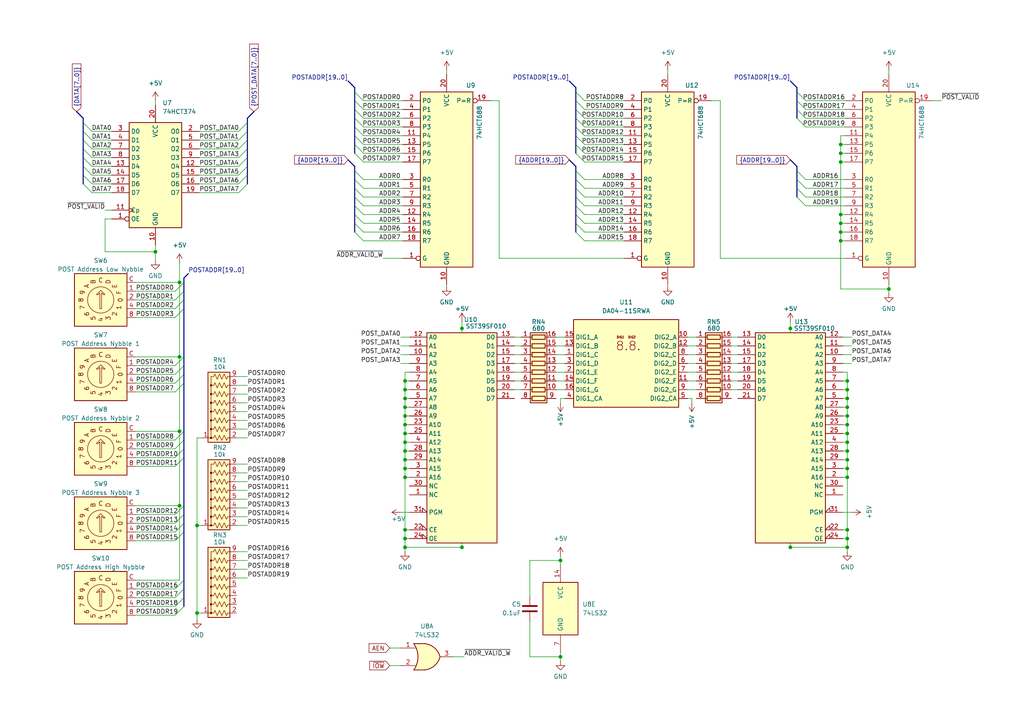
<source format=kicad_sch>
(kicad_sch (version 20211123) (generator eeschema)
  (paper "A4")
  (title_block (title "POST Display") (date "2022-04-19") (rev "001"))
  (junction (at 117.475 123.19))
  (junction (at 52.07 103.505))
  (junction (at 117.475 135.89))
  (junction (at 245.745 110.49))
  (junction (at 245.745 133.35))
  (junction (at 257.81 83.82))
  (junction (at 117.475 118.11))
  (junction (at 245.745 115.57))
  (junction (at 245.745 158.75))
  (junction (at 117.475 133.35))
  (junction (at 229.235 158.75))
  (junction (at 117.475 153.67))
  (junction (at 162.56 162.56))
  (junction (at 133.985 95.25))
  (junction (at 117.475 110.49))
  (junction (at 243.84 41.91))
  (junction (at 52.07 146.685))
  (junction (at 245.745 135.89))
  (junction (at 117.475 138.43))
  (junction (at 229.235 95.25))
  (junction (at 117.475 125.73))
  (junction (at 117.475 113.03))
  (junction (at 162.56 190.5))
  (junction (at 245.745 125.73))
  (junction (at 117.475 156.21))
  (junction (at 117.475 120.65))
  (junction (at 243.84 69.85))
  (junction (at 245.745 120.65))
  (junction (at 243.84 46.99))
  (junction (at 245.745 130.81))
  (junction (at 245.745 113.03))
  (junction (at 243.84 67.31))
  (junction (at 245.745 153.67))
  (junction (at 243.84 64.77))
  (junction (at 245.745 128.27))
  (junction (at 117.475 115.57))
  (junction (at 245.745 118.11))
  (junction (at 245.745 138.43))
  (junction (at 243.84 44.45))
  (junction (at 117.475 130.81))
  (junction (at 117.475 128.27))
  (junction (at 133.985 158.75))
  (junction (at 245.745 123.19))
  (junction (at 52.07 125.095))
  (junction (at 245.745 156.21))
  (junction (at 45.085 73.025))
  (junction (at 57.15 177.8))
  (junction (at 52.07 81.915))
  (junction (at 57.15 152.4))
  (junction (at 243.84 62.23))
  (junction (at 117.475 158.75))
  (bus_entry (at 102.87 36.83) (size 2.54 2.54))
  (bus_entry (at 71.755 43.18) (size -2.54 2.54))
  (bus_entry (at 24.13 35.56) (size 2.54 2.54))
  (bus_entry (at 167.005 29.21) (size 2.54 2.54))
  (bus_entry (at 231.14 26.67) (size 2.54 2.54))
  (bus_entry (at 167.005 57.15) (size 2.54 2.54))
  (bus_entry (at 102.87 59.69) (size 2.54 2.54))
  (bus_entry (at 50.8 84.455) (size 2.54 -2.54))
  (bus_entry (at 50.8 111.125) (size 2.54 -2.54))
  (bus_entry (at 50.8 106.045) (size 2.54 -2.54))
  (bus_entry (at 50.8 108.585) (size 2.54 -2.54))
  (bus_entry (at 50.8 86.995) (size 2.54 -2.54))
  (bus_entry (at 50.8 92.075) (size 2.54 -2.54))
  (bus_entry (at 50.8 89.535) (size 2.54 -2.54))
  (bus_entry (at 71.755 38.1) (size -2.54 2.54))
  (bus_entry (at 24.13 50.8) (size 2.54 2.54))
  (bus_entry (at 71.755 45.72) (size -2.54 2.54))
  (bus_entry (at 167.005 64.77) (size 2.54 2.54))
  (bus_entry (at 102.87 62.23) (size 2.54 2.54))
  (bus_entry (at 102.87 67.31) (size 2.54 2.54))
  (bus_entry (at 24.13 48.26) (size 2.54 2.54))
  (bus_entry (at 167.005 44.45) (size 2.54 2.54))
  (bus_entry (at 231.14 49.53) (size 2.54 2.54))
  (bus_entry (at 167.005 62.23) (size 2.54 2.54))
  (bus_entry (at 167.005 41.91) (size 2.54 2.54))
  (bus_entry (at 167.005 36.83) (size 2.54 2.54))
  (bus_entry (at 167.005 26.67) (size 2.54 2.54))
  (bus_entry (at 102.87 57.15) (size 2.54 2.54))
  (bus_entry (at 24.13 40.64) (size 2.54 2.54))
  (bus_entry (at 167.005 54.61) (size 2.54 2.54))
  (bus_entry (at 102.87 49.53) (size 2.54 2.54))
  (bus_entry (at 102.87 44.45) (size 2.54 2.54))
  (bus_entry (at 231.14 52.07) (size 2.54 2.54))
  (bus_entry (at 24.13 43.18) (size 2.54 2.54))
  (bus_entry (at 71.755 35.56) (size -2.54 2.54))
  (bus_entry (at 24.13 53.34) (size 2.54 2.54))
  (bus_entry (at 231.14 29.21) (size 2.54 2.54))
  (bus_entry (at 231.14 57.15) (size 2.54 2.54))
  (bus_entry (at 231.14 54.61) (size 2.54 2.54))
  (bus_entry (at 71.755 53.34) (size -2.54 2.54))
  (bus_entry (at 167.005 34.29) (size 2.54 2.54))
  (bus_entry (at 102.87 39.37) (size 2.54 2.54))
  (bus_entry (at 102.87 41.91) (size 2.54 2.54))
  (bus_entry (at 102.87 34.29) (size 2.54 2.54))
  (bus_entry (at 102.87 26.67) (size 2.54 2.54))
  (bus_entry (at 102.87 31.75) (size 2.54 2.54))
  (bus_entry (at 102.87 29.21) (size 2.54 2.54))
  (bus_entry (at 71.755 40.64) (size -2.54 2.54))
  (bus_entry (at 167.005 39.37) (size 2.54 2.54))
  (bus_entry (at 71.755 50.8) (size -2.54 2.54))
  (bus_entry (at 50.8 149.225) (size 2.54 -2.54))
  (bus_entry (at 50.8 178.435) (size 2.54 -2.54))
  (bus_entry (at 50.8 156.845) (size 2.54 -2.54))
  (bus_entry (at 50.8 170.815) (size 2.54 -2.54))
  (bus_entry (at 50.8 173.355) (size 2.54 -2.54))
  (bus_entry (at 50.8 151.765) (size 2.54 -2.54))
  (bus_entry (at 50.8 154.305) (size 2.54 -2.54))
  (bus_entry (at 50.8 175.895) (size 2.54 -2.54))
  (bus_entry (at 50.8 130.175) (size 2.54 -2.54))
  (bus_entry (at 50.8 132.715) (size 2.54 -2.54))
  (bus_entry (at 50.8 135.255) (size 2.54 -2.54))
  (bus_entry (at 167.005 52.07) (size 2.54 2.54))
  (bus_entry (at 102.87 52.07) (size 2.54 2.54))
  (bus_entry (at 167.005 59.69) (size 2.54 2.54))
  (bus_entry (at 167.005 31.75) (size 2.54 2.54))
  (bus_entry (at 231.14 34.29) (size 2.54 2.54))
  (bus_entry (at 50.8 127.635) (size 2.54 -2.54))
  (bus_entry (at 50.8 113.665) (size 2.54 -2.54))
  (bus_entry (at 231.14 31.75) (size 2.54 2.54))
  (bus_entry (at 102.87 54.61) (size 2.54 2.54))
  (bus_entry (at 24.13 38.1) (size 2.54 2.54))
  (bus_entry (at 71.755 48.26) (size -2.54 2.54))
  (bus_entry (at 167.005 49.53) (size 2.54 2.54))
  (bus_entry (at 167.005 67.31) (size 2.54 2.54))
  (bus_entry (at 24.13 45.72) (size 2.54 2.54))
  (bus_entry (at 102.87 64.77) (size 2.54 2.54))
  (wire (pts (xy 169.545 31.75) (xy 180.975 31.75)))
  (wire (pts (xy 245.745 115.57) (xy 245.745 118.11)))
  (wire (pts (xy 52.07 76.2) (xy 52.07 81.915)))
  (wire (pts (xy 212.09 97.79) (xy 213.995 97.79)))
  (wire (pts (xy 153.67 162.56) (xy 153.67 172.72)))
  (wire (pts (xy 244.475 113.03) (xy 245.745 113.03)))
  (bus (pts (xy 167.005 29.21) (xy 167.005 26.67)))
  (wire (pts (xy 32.385 53.34) (xy 26.67 53.34)))
  (wire (pts (xy 151.13 97.79) (xy 149.225 97.79)))
  (wire (pts (xy 244.475 128.27) (xy 245.745 128.27)))
  (wire (pts (xy 39.37 151.765) (xy 50.8 151.765)))
  (wire (pts (xy 244.475 125.73) (xy 245.745 125.73)))
  (wire (pts (xy 118.745 123.19) (xy 117.475 123.19)))
  (wire (pts (xy 68.58 152.4) (xy 71.755 152.4)))
  (wire (pts (xy 111.125 74.93) (xy 116.84 74.93)))
  (bus (pts (xy 53.34 108.585) (xy 53.34 106.045)))
  (bus (pts (xy 53.34 111.125) (xy 53.34 108.585)))
  (wire (pts (xy 247.015 100.33) (xy 244.475 100.33)))
  (bus (pts (xy 231.14 34.29) (xy 231.14 31.75)))
  (wire (pts (xy 68.58 109.22) (xy 71.755 109.22)))
  (bus (pts (xy 165.1 23.495) (xy 167.005 25.4)))
  (wire (pts (xy 57.785 55.88) (xy 69.215 55.88)))
  (wire (pts (xy 233.68 54.61) (xy 245.11 54.61)))
  (wire (pts (xy 149.225 107.95) (xy 151.13 107.95)))
  (wire (pts (xy 68.58 137.16) (xy 71.755 137.16)))
  (bus (pts (xy 53.34 168.275) (xy 53.34 154.305)))
  (bus (pts (xy 71.755 38.1) (xy 71.755 35.56)))
  (wire (pts (xy 180.975 69.85) (xy 169.545 69.85)))
  (wire (pts (xy 116.84 46.99) (xy 105.41 46.99)))
  (bus (pts (xy 73.66 32.385) (xy 71.755 34.29)))
  (bus (pts (xy 71.755 48.26) (xy 71.755 45.72)))
  (wire (pts (xy 57.15 152.4) (xy 57.15 177.8)))
  (wire (pts (xy 39.37 125.095) (xy 52.07 125.095)))
  (wire (pts (xy 243.84 44.45) (xy 243.84 46.99)))
  (bus (pts (xy 102.87 59.69) (xy 102.87 57.15)))
  (wire (pts (xy 118.745 156.21) (xy 117.475 156.21)))
  (bus (pts (xy 53.34 151.765) (xy 53.34 149.225)))
  (bus (pts (xy 53.34 89.535) (xy 53.34 86.995)))
  (wire (pts (xy 162.56 191.77) (xy 162.56 190.5)))
  (wire (pts (xy 105.41 57.15) (xy 116.84 57.15)))
  (wire (pts (xy 169.545 64.77) (xy 180.975 64.77)))
  (wire (pts (xy 245.745 135.89) (xy 245.745 138.43)))
  (bus (pts (xy 165.1 46.355) (xy 167.005 48.26)))
  (wire (pts (xy 243.84 64.77) (xy 243.84 62.23)))
  (bus (pts (xy 71.755 45.72) (xy 71.755 43.18)))
  (wire (pts (xy 208.915 29.21) (xy 208.915 74.93)))
  (wire (pts (xy 163.83 97.79) (xy 161.29 97.79)))
  (wire (pts (xy 118.745 115.57) (xy 117.475 115.57)))
  (wire (pts (xy 68.58 114.3) (xy 71.755 114.3)))
  (bus (pts (xy 167.005 31.75) (xy 167.005 29.21)))
  (wire (pts (xy 162.56 162.56) (xy 162.56 161.29)))
  (wire (pts (xy 45.085 73.025) (xy 45.085 71.12)))
  (bus (pts (xy 53.34 86.995) (xy 53.34 84.455)))
  (wire (pts (xy 68.58 119.38) (xy 71.755 119.38)))
  (wire (pts (xy 118.745 153.67) (xy 117.475 153.67)))
  (bus (pts (xy 229.235 46.355) (xy 231.14 48.26)))
  (wire (pts (xy 129.54 83.185) (xy 129.54 82.55)))
  (wire (pts (xy 169.545 39.37) (xy 180.975 39.37)))
  (wire (pts (xy 245.745 125.73) (xy 245.745 128.27)))
  (wire (pts (xy 245.745 156.21) (xy 245.745 158.75)))
  (wire (pts (xy 39.37 92.075) (xy 50.8 92.075)))
  (wire (pts (xy 117.475 110.49) (xy 117.475 113.03)))
  (wire (pts (xy 245.745 110.49) (xy 245.745 113.03)))
  (wire (pts (xy 163.83 107.95) (xy 161.29 107.95)))
  (bus (pts (xy 167.005 57.15) (xy 167.005 54.61)))
  (wire (pts (xy 118.745 133.35) (xy 117.475 133.35)))
  (wire (pts (xy 105.41 59.69) (xy 116.84 59.69)))
  (wire (pts (xy 213.995 105.41) (xy 212.09 105.41)))
  (wire (pts (xy 163.83 115.57) (xy 162.56 115.57)))
  (wire (pts (xy 245.745 130.81) (xy 245.745 133.35)))
  (wire (pts (xy 118.745 130.81) (xy 117.475 130.81)))
  (wire (pts (xy 39.37 168.275) (xy 52.07 168.275)))
  (wire (pts (xy 201.93 110.49) (xy 199.39 110.49)))
  (bus (pts (xy 167.005 34.29) (xy 167.005 31.75)))
  (wire (pts (xy 45.085 30.48) (xy 45.085 29.21)))
  (wire (pts (xy 117.475 120.65) (xy 117.475 123.19)))
  (wire (pts (xy 233.68 34.29) (xy 245.11 34.29)))
  (wire (pts (xy 169.545 34.29) (xy 180.975 34.29)))
  (bus (pts (xy 100.965 23.495) (xy 102.87 25.4)))
  (wire (pts (xy 257.81 21.59) (xy 257.81 20.32)))
  (wire (pts (xy 39.37 103.505) (xy 52.07 103.505)))
  (bus (pts (xy 231.14 57.15) (xy 231.14 54.61)))
  (wire (pts (xy 151.13 105.41) (xy 149.225 105.41)))
  (wire (pts (xy 180.975 44.45) (xy 169.545 44.45)))
  (bus (pts (xy 102.87 64.77) (xy 102.87 62.23)))
  (wire (pts (xy 68.58 160.02) (xy 71.755 160.02)))
  (wire (pts (xy 50.8 111.125) (xy 39.37 111.125)))
  (bus (pts (xy 231.14 54.61) (xy 231.14 52.07)))
  (wire (pts (xy 243.84 83.82) (xy 257.81 83.82)))
  (wire (pts (xy 233.68 31.75) (xy 245.11 31.75)))
  (bus (pts (xy 102.87 26.67) (xy 102.87 25.4)))
  (wire (pts (xy 245.745 133.35) (xy 245.745 135.89)))
  (wire (pts (xy 131.445 190.5) (xy 134.62 190.5)))
  (wire (pts (xy 245.745 158.75) (xy 245.745 160.02)))
  (bus (pts (xy 71.755 53.34) (xy 71.755 50.8)))
  (wire (pts (xy 68.58 167.64) (xy 71.755 167.64)))
  (wire (pts (xy 52.07 146.685) (xy 52.07 168.275)))
  (wire (pts (xy 58.42 177.8) (xy 57.15 177.8)))
  (bus (pts (xy 231.14 26.67) (xy 231.14 25.4)))
  (wire (pts (xy 68.58 127) (xy 71.755 127)))
  (bus (pts (xy 167.005 49.53) (xy 167.005 48.26)))
  (bus (pts (xy 102.87 34.29) (xy 102.87 31.75)))
  (wire (pts (xy 50.8 135.255) (xy 39.37 135.255)))
  (wire (pts (xy 199.39 107.95) (xy 201.93 107.95)))
  (wire (pts (xy 199.39 115.57) (xy 200.66 115.57)))
  (wire (pts (xy 206.375 29.21) (xy 208.915 29.21)))
  (wire (pts (xy 153.67 180.34) (xy 153.67 190.5)))
  (bus (pts (xy 231.14 29.21) (xy 231.14 26.67)))
  (wire (pts (xy 133.985 158.75) (xy 117.475 158.75)))
  (bus (pts (xy 102.87 29.21) (xy 102.87 26.67)))
  (wire (pts (xy 163.83 105.41) (xy 161.29 105.41)))
  (bus (pts (xy 53.34 81.915) (xy 53.34 80.645)))
  (wire (pts (xy 213.995 110.49) (xy 212.09 110.49)))
  (bus (pts (xy 102.87 39.37) (xy 102.87 36.83)))
  (wire (pts (xy 68.58 144.78) (xy 71.755 144.78)))
  (wire (pts (xy 39.37 170.815) (xy 50.8 170.815)))
  (wire (pts (xy 58.42 127) (xy 57.15 127)))
  (wire (pts (xy 169.545 59.69) (xy 180.975 59.69)))
  (bus (pts (xy 167.005 26.67) (xy 167.005 25.4)))
  (wire (pts (xy 247.015 105.41) (xy 244.475 105.41)))
  (wire (pts (xy 245.745 120.65) (xy 245.745 123.19)))
  (wire (pts (xy 244.475 123.19) (xy 245.745 123.19)))
  (wire (pts (xy 212.09 107.95) (xy 213.995 107.95)))
  (wire (pts (xy 169.545 41.91) (xy 180.975 41.91)))
  (wire (pts (xy 117.475 118.11) (xy 117.475 120.65)))
  (wire (pts (xy 199.39 102.87) (xy 201.93 102.87)))
  (wire (pts (xy 233.68 57.15) (xy 245.11 57.15)))
  (wire (pts (xy 199.39 113.03) (xy 201.93 113.03)))
  (wire (pts (xy 57.15 127) (xy 57.15 152.4)))
  (bus (pts (xy 53.34 103.505) (xy 53.34 89.535)))
  (bus (pts (xy 102.87 62.23) (xy 102.87 59.69)))
  (wire (pts (xy 245.11 39.37) (xy 243.84 39.37)))
  (wire (pts (xy 50.8 178.435) (xy 39.37 178.435)))
  (wire (pts (xy 244.475 130.81) (xy 245.745 130.81)))
  (wire (pts (xy 118.745 120.65) (xy 117.475 120.65)))
  (wire (pts (xy 199.39 97.79) (xy 201.93 97.79)))
  (bus (pts (xy 53.34 106.045) (xy 53.34 103.505)))
  (wire (pts (xy 105.41 31.75) (xy 116.84 31.75)))
  (bus (pts (xy 102.87 49.53) (xy 102.87 48.26)))
  (bus (pts (xy 71.755 50.8) (xy 71.755 48.26)))
  (wire (pts (xy 57.785 53.34) (xy 69.215 53.34)))
  (wire (pts (xy 68.58 149.86) (xy 71.755 149.86)))
  (wire (pts (xy 169.545 62.23) (xy 180.975 62.23)))
  (wire (pts (xy 117.475 123.19) (xy 117.475 125.73)))
  (wire (pts (xy 243.84 41.91) (xy 243.84 44.45)))
  (wire (pts (xy 30.48 73.025) (xy 45.085 73.025)))
  (wire (pts (xy 116.205 102.87) (xy 118.745 102.87)))
  (wire (pts (xy 208.915 74.93) (xy 245.11 74.93)))
  (wire (pts (xy 68.58 147.32) (xy 71.755 147.32)))
  (wire (pts (xy 118.745 113.03) (xy 117.475 113.03)))
  (bus (pts (xy 24.13 45.72) (xy 24.13 43.18)))
  (wire (pts (xy 245.11 67.31) (xy 243.84 67.31)))
  (bus (pts (xy 167.005 41.91) (xy 167.005 39.37)))
  (wire (pts (xy 117.475 158.75) (xy 117.475 160.02)))
  (wire (pts (xy 244.475 118.11) (xy 245.745 118.11)))
  (wire (pts (xy 193.675 83.185) (xy 193.675 82.55)))
  (wire (pts (xy 69.215 48.26) (xy 57.785 48.26)))
  (wire (pts (xy 105.41 64.77) (xy 116.84 64.77)))
  (bus (pts (xy 53.34 175.895) (xy 53.34 173.355)))
  (bus (pts (xy 102.87 41.91) (xy 102.87 39.37)))
  (wire (pts (xy 117.475 138.43) (xy 117.475 153.67)))
  (wire (pts (xy 129.54 21.59) (xy 129.54 20.32)))
  (wire (pts (xy 118.745 118.11) (xy 117.475 118.11)))
  (wire (pts (xy 50.8 106.045) (xy 39.37 106.045)))
  (wire (pts (xy 39.37 175.895) (xy 50.8 175.895)))
  (wire (pts (xy 39.37 127.635) (xy 50.8 127.635)))
  (wire (pts (xy 116.205 148.59) (xy 118.745 148.59)))
  (wire (pts (xy 50.8 130.175) (xy 39.37 130.175)))
  (wire (pts (xy 270.51 29.21) (xy 273.05 29.21)))
  (bus (pts (xy 102.87 57.15) (xy 102.87 54.61)))
  (wire (pts (xy 245.745 138.43) (xy 245.745 153.67)))
  (bus (pts (xy 102.87 36.83) (xy 102.87 34.29)))
  (wire (pts (xy 50.8 84.455) (xy 39.37 84.455)))
  (wire (pts (xy 151.13 102.87) (xy 149.225 102.87)))
  (wire (pts (xy 69.215 38.1) (xy 57.785 38.1)))
  (wire (pts (xy 244.475 110.49) (xy 245.745 110.49)))
  (wire (pts (xy 105.41 36.83) (xy 116.84 36.83)))
  (wire (pts (xy 257.81 85.09) (xy 257.81 83.82)))
  (bus (pts (xy 167.005 52.07) (xy 167.005 49.53)))
  (wire (pts (xy 243.84 69.85) (xy 243.84 67.31)))
  (wire (pts (xy 39.37 86.995) (xy 50.8 86.995)))
  (wire (pts (xy 68.58 111.76) (xy 71.755 111.76)))
  (wire (pts (xy 117.475 135.89) (xy 117.475 138.43)))
  (bus (pts (xy 24.13 35.56) (xy 24.13 34.29)))
  (wire (pts (xy 118.745 107.95) (xy 117.475 107.95)))
  (wire (pts (xy 32.385 63.5) (xy 30.48 63.5)))
  (wire (pts (xy 229.235 93.345) (xy 229.235 95.25)))
  (wire (pts (xy 133.985 93.345) (xy 133.985 95.25)))
  (wire (pts (xy 247.015 97.79) (xy 244.475 97.79)))
  (wire (pts (xy 69.215 50.8) (xy 57.785 50.8)))
  (wire (pts (xy 68.58 162.56) (xy 71.755 162.56)))
  (wire (pts (xy 105.41 39.37) (xy 116.84 39.37)))
  (wire (pts (xy 26.67 38.1) (xy 32.385 38.1)))
  (wire (pts (xy 144.78 74.93) (xy 180.975 74.93)))
  (bus (pts (xy 24.13 38.1) (xy 24.13 35.56)))
  (wire (pts (xy 45.085 75.565) (xy 45.085 73.025)))
  (bus (pts (xy 102.87 44.45) (xy 102.87 41.91)))
  (wire (pts (xy 116.84 69.85) (xy 105.41 69.85)))
  (wire (pts (xy 257.81 83.82) (xy 257.81 82.55)))
  (wire (pts (xy 113.03 187.96) (xy 116.205 187.96)))
  (wire (pts (xy 68.58 121.92) (xy 71.755 121.92)))
  (wire (pts (xy 39.37 108.585) (xy 50.8 108.585)))
  (wire (pts (xy 245.11 46.99) (xy 243.84 46.99)))
  (bus (pts (xy 231.14 31.75) (xy 231.14 29.21)))
  (bus (pts (xy 53.34 130.175) (xy 53.34 127.635)))
  (bus (pts (xy 22.225 32.385) (xy 24.13 34.29)))
  (wire (pts (xy 50.8 89.535) (xy 39.37 89.535)))
  (wire (pts (xy 162.56 189.23) (xy 162.56 190.5)))
  (wire (pts (xy 200.66 115.57) (xy 200.66 116.84)))
  (bus (pts (xy 53.34 149.225) (xy 53.34 146.685)))
  (wire (pts (xy 117.475 153.67) (xy 117.475 156.21)))
  (wire (pts (xy 247.015 148.59) (xy 244.475 148.59)))
  (wire (pts (xy 244.475 115.57) (xy 245.745 115.57)))
  (wire (pts (xy 169.545 29.21) (xy 180.975 29.21)))
  (wire (pts (xy 169.545 36.83) (xy 180.975 36.83)))
  (wire (pts (xy 201.93 100.33) (xy 199.39 100.33)))
  (bus (pts (xy 167.005 36.83) (xy 167.005 34.29)))
  (wire (pts (xy 117.475 128.27) (xy 117.475 130.81)))
  (wire (pts (xy 163.83 100.33) (xy 161.29 100.33)))
  (wire (pts (xy 105.41 41.91) (xy 116.84 41.91)))
  (wire (pts (xy 244.475 138.43) (xy 245.745 138.43)))
  (wire (pts (xy 105.41 62.23) (xy 116.84 62.23)))
  (bus (pts (xy 167.005 54.61) (xy 167.005 52.07)))
  (wire (pts (xy 26.67 43.18) (xy 32.385 43.18)))
  (bus (pts (xy 53.34 84.455) (xy 53.34 81.915)))
  (wire (pts (xy 26.67 40.64) (xy 32.385 40.64)))
  (wire (pts (xy 39.37 146.685) (xy 52.07 146.685)))
  (wire (pts (xy 243.84 69.85) (xy 243.84 83.82)))
  (wire (pts (xy 162.56 162.56) (xy 153.67 162.56)))
  (wire (pts (xy 244.475 156.21) (xy 245.745 156.21)))
  (wire (pts (xy 233.68 36.83) (xy 245.11 36.83)))
  (wire (pts (xy 162.56 115.57) (xy 162.56 116.84)))
  (wire (pts (xy 245.11 41.91) (xy 243.84 41.91)))
  (wire (pts (xy 149.225 113.03) (xy 151.13 113.03)))
  (wire (pts (xy 68.58 124.46) (xy 71.755 124.46)))
  (wire (pts (xy 201.93 105.41) (xy 199.39 105.41)))
  (wire (pts (xy 52.07 125.095) (xy 52.07 146.685)))
  (bus (pts (xy 53.34 132.715) (xy 53.34 130.175)))
  (bus (pts (xy 53.34 125.095) (xy 53.34 111.125)))
  (wire (pts (xy 116.205 105.41) (xy 118.745 105.41)))
  (wire (pts (xy 243.84 62.23) (xy 245.11 62.23)))
  (wire (pts (xy 245.745 118.11) (xy 245.745 120.65)))
  (wire (pts (xy 245.745 113.03) (xy 245.745 115.57)))
  (wire (pts (xy 244.475 107.95) (xy 245.745 107.95)))
  (wire (pts (xy 116.84 44.45) (xy 105.41 44.45)))
  (wire (pts (xy 229.235 95.25) (xy 229.235 96.52)))
  (wire (pts (xy 50.8 149.225) (xy 39.37 149.225)))
  (wire (pts (xy 117.475 156.21) (xy 117.475 158.75)))
  (wire (pts (xy 30.48 60.96) (xy 32.385 60.96)))
  (wire (pts (xy 50.8 173.355) (xy 39.37 173.355)))
  (bus (pts (xy 102.87 67.31) (xy 102.87 64.77)))
  (wire (pts (xy 118.745 110.49) (xy 117.475 110.49)))
  (wire (pts (xy 169.545 57.15) (xy 180.975 57.15)))
  (wire (pts (xy 213.995 100.33) (xy 212.09 100.33)))
  (wire (pts (xy 57.15 177.8) (xy 57.15 179.705)))
  (wire (pts (xy 149.225 100.33) (xy 151.13 100.33)))
  (wire (pts (xy 247.015 102.87) (xy 244.475 102.87)))
  (wire (pts (xy 69.215 45.72) (xy 57.785 45.72)))
  (wire (pts (xy 244.475 153.67) (xy 245.745 153.67)))
  (wire (pts (xy 116.205 100.33) (xy 118.745 100.33)))
  (wire (pts (xy 245.745 128.27) (xy 245.745 130.81)))
  (wire (pts (xy 50.8 154.305) (xy 39.37 154.305)))
  (wire (pts (xy 245.745 153.67) (xy 245.745 156.21)))
  (bus (pts (xy 167.005 64.77) (xy 167.005 62.23)))
  (bus (pts (xy 24.13 48.26) (xy 24.13 45.72)))
  (wire (pts (xy 68.58 165.1) (xy 71.755 165.1)))
  (wire (pts (xy 163.83 113.03) (xy 161.29 113.03)))
  (wire (pts (xy 117.475 107.95) (xy 117.475 110.49)))
  (bus (pts (xy 53.34 170.815) (xy 53.34 168.275)))
  (wire (pts (xy 245.745 123.19) (xy 245.745 125.73)))
  (wire (pts (xy 68.58 142.24) (xy 71.755 142.24)))
  (wire (pts (xy 133.985 157.48) (xy 133.985 158.75)))
  (wire (pts (xy 50.8 156.845) (xy 39.37 156.845)))
  (wire (pts (xy 58.42 152.4) (xy 57.15 152.4)))
  (wire (pts (xy 243.84 67.31) (xy 243.84 64.77)))
  (wire (pts (xy 233.68 29.21) (xy 245.11 29.21)))
  (wire (pts (xy 39.37 81.915) (xy 52.07 81.915)))
  (wire (pts (xy 69.215 43.18) (xy 57.785 43.18)))
  (wire (pts (xy 118.745 138.43) (xy 117.475 138.43)))
  (wire (pts (xy 245.11 44.45) (xy 243.84 44.45)))
  (wire (pts (xy 151.13 110.49) (xy 149.225 110.49)))
  (wire (pts (xy 180.975 67.31) (xy 169.545 67.31)))
  (bus (pts (xy 167.005 39.37) (xy 167.005 36.83)))
  (wire (pts (xy 244.475 133.35) (xy 245.745 133.35)))
  (wire (pts (xy 169.545 52.07) (xy 180.975 52.07)))
  (wire (pts (xy 213.995 113.03) (xy 212.09 113.03)))
  (wire (pts (xy 69.215 40.64) (xy 57.785 40.64)))
  (wire (pts (xy 39.37 132.715) (xy 50.8 132.715)))
  (wire (pts (xy 233.68 59.69) (xy 245.11 59.69)))
  (bus (pts (xy 167.005 67.31) (xy 167.005 64.77)))
  (bus (pts (xy 231.14 49.53) (xy 231.14 48.26)))
  (bus (pts (xy 167.005 62.23) (xy 167.005 59.69)))
  (bus (pts (xy 53.34 80.645) (xy 54.61 79.375)))
  (wire (pts (xy 52.07 103.505) (xy 52.07 125.095)))
  (wire (pts (xy 163.83 102.87) (xy 161.29 102.87)))
  (bus (pts (xy 167.005 59.69) (xy 167.005 57.15)))
  (bus (pts (xy 102.87 52.07) (xy 102.87 49.53)))
  (wire (pts (xy 26.67 50.8) (xy 32.385 50.8)))
  (wire (pts (xy 117.475 130.81) (xy 117.475 133.35)))
  (wire (pts (xy 117.475 125.73) (xy 117.475 128.27)))
  (wire (pts (xy 26.67 45.72) (xy 32.385 45.72)))
  (wire (pts (xy 142.24 29.21) (xy 144.78 29.21)))
  (wire (pts (xy 26.67 48.26) (xy 32.385 48.26)))
  (wire (pts (xy 233.68 52.07) (xy 245.11 52.07)))
  (bus (pts (xy 71.755 40.64) (xy 71.755 38.1)))
  (bus (pts (xy 102.87 31.75) (xy 102.87 29.21)))
  (wire (pts (xy 105.41 54.61) (xy 116.84 54.61)))
  (wire (pts (xy 162.56 163.83) (xy 162.56 162.56)))
  (wire (pts (xy 30.48 63.5) (xy 30.48 73.025)))
  (wire (pts (xy 105.41 34.29) (xy 116.84 34.29)))
  (wire (pts (xy 68.58 139.7) (xy 71.755 139.7)))
  (wire (pts (xy 32.385 55.88) (xy 26.67 55.88)))
  (wire (pts (xy 68.58 134.62) (xy 71.755 134.62)))
  (wire (pts (xy 133.985 95.25) (xy 133.985 96.52)))
  (bus (pts (xy 231.14 52.07) (xy 231.14 49.53)))
  (wire (pts (xy 113.03 193.04) (xy 116.205 193.04)))
  (wire (pts (xy 193.675 21.59) (xy 193.675 20.32)))
  (wire (pts (xy 229.235 157.48) (xy 229.235 158.75)))
  (wire (pts (xy 117.475 133.35) (xy 117.475 135.89)))
  (wire (pts (xy 245.745 158.75) (xy 229.235 158.75)))
  (bus (pts (xy 102.87 54.61) (xy 102.87 52.07)))
  (bus (pts (xy 24.13 43.18) (xy 24.13 40.64)))
  (wire (pts (xy 68.58 116.84) (xy 71.755 116.84)))
  (wire (pts (xy 117.475 113.03) (xy 117.475 115.57)))
  (wire (pts (xy 244.475 120.65) (xy 245.745 120.65)))
  (wire (pts (xy 52.07 81.915) (xy 52.07 103.505)))
  (bus (pts (xy 71.755 35.56) (xy 71.755 34.29)))
  (wire (pts (xy 118.745 135.89) (xy 117.475 135.89)))
  (wire (pts (xy 116.84 67.31) (xy 105.41 67.31)))
  (wire (pts (xy 39.37 113.665) (xy 50.8 113.665)))
  (wire (pts (xy 117.475 115.57) (xy 117.475 118.11)))
  (wire (pts (xy 243.84 39.37) (xy 243.84 41.91)))
  (bus (pts (xy 53.34 173.355) (xy 53.34 170.815)))
  (wire (pts (xy 118.745 125.73) (xy 117.475 125.73)))
  (wire (pts (xy 105.41 29.21) (xy 116.84 29.21)))
  (wire (pts (xy 116.205 97.79) (xy 118.745 97.79)))
  (wire (pts (xy 162.56 190.5) (xy 153.67 190.5)))
  (wire (pts (xy 244.475 135.89) (xy 245.745 135.89)))
  (bus (pts (xy 24.13 40.64) (xy 24.13 38.1)))
  (wire (pts (xy 212.09 102.87) (xy 213.995 102.87)))
  (wire (pts (xy 245.11 64.77) (xy 243.84 64.77)))
  (bus (pts (xy 53.34 154.305) (xy 53.34 151.765)))
  (wire (pts (xy 118.745 128.27) (xy 117.475 128.27)))
  (bus (pts (xy 53.34 146.685) (xy 53.34 132.715)))
  (wire (pts (xy 144.78 29.21) (xy 144.78 74.93)))
  (bus (pts (xy 100.965 46.355) (xy 102.87 48.26)))
  (wire (pts (xy 105.41 52.07) (xy 116.84 52.07)))
  (wire (pts (xy 245.745 107.95) (xy 245.745 110.49)))
  (bus (pts (xy 24.13 50.8) (xy 24.13 48.26)))
  (bus (pts (xy 53.34 127.635) (xy 53.34 125.095)))
  (bus (pts (xy 24.13 53.34) (xy 24.13 50.8)))
  (wire (pts (xy 243.84 46.99) (xy 243.84 62.23)))
  (wire (pts (xy 163.83 110.49) (xy 161.29 110.49)))
  (wire (pts (xy 245.11 69.85) (xy 243.84 69.85)))
  (bus (pts (xy 229.235 23.495) (xy 231.14 25.4)))
  (bus (pts (xy 167.005 44.45) (xy 167.005 41.91)))
  (bus (pts (xy 71.755 43.18) (xy 71.755 40.64)))
  (wire (pts (xy 180.975 46.99) (xy 169.545 46.99)))
  (wire (pts (xy 169.545 54.61) (xy 180.975 54.61)))
  (label "POSTADDR15" (at 39.37 156.845 0))
  (label "ADDR3" (at 116.205 59.69 180))
  (label "POST_DATA0" (at 57.785 38.1 0))
  (label "POSTADDR2" (at 71.755 114.3 0))
  (label "ADDR2" (at 116.205 57.15 180))
  (label "DATA2" (at 32.385 43.18 180))
  (label "POSTADDR13" (at 180.975 41.91 180))
  (label "POST_DATA2" (at 57.785 43.18 0))
  (label "POSTADDR5" (at 71.755 121.92 0))
  (label "POSTADDR8" (at 180.975 29.21 180))
  (label "ADDR11" (at 180.975 59.69 180))
  (label "POST_DATA4" (at 247.015 97.79 0))
  (label "ADDR13" (at 180.975 64.77 180))
  (label "POSTADDR5" (at 39.37 108.585 0))
  (label "POSTADDR8" (at 71.755 134.62 0))
  (label "POSTADDR19" (at 71.755 167.64 0))
  (label "POSTADDR13" (at 71.755 147.32 0))
  (label "POSTADDR[19..0]" (at 100.965 23.495 180))
  (label "POSTADDR19" (at 245.11 36.83 180))
  (label "POSTADDR8" (at 39.37 127.635 0))
  (label "DATA7" (at 32.385 55.88 180))
  (label "ADDR0" (at 116.205 52.07 180))
  (label "ADDR9" (at 180.975 54.61 180))
  (label "POSTADDR3" (at 71.755 116.84 0))
  (label "POSTADDR13" (at 39.37 151.765 0))
  (label "POSTADDR1" (at 71.755 111.76 0))
  (label "DATA1" (at 32.385 40.64 180))
  (label "POST_DATA7" (at 57.785 55.88 0))
  (label "POSTADDR6" (at 39.37 111.125 0))
  (label "POSTADDR10" (at 71.755 139.7 0))
  (label "POSTADDR18" (at 39.37 175.895 0))
  (label "POSTADDR16" (at 39.37 170.815 0))
  (label "ADDR10" (at 180.975 57.15 180))
  (label "ADDR1" (at 116.205 54.61 180))
  (label "POSTADDR18" (at 71.755 165.1 0))
  (label "POSTADDR12" (at 39.37 149.225 0))
  (label "POSTADDR7" (at 116.205 46.99 180))
  (label "POSTADDR[19..0]" (at 229.235 23.495 180))
  (label "POSTADDR14" (at 180.975 44.45 180))
  (label "POSTADDR0" (at 39.37 84.455 0))
  (label "POSTADDR1" (at 116.205 31.75 180))
  (label "POSTADDR16" (at 245.11 29.21 180))
  (label "POSTADDR1" (at 39.37 86.995 0))
  (label "ADDR6" (at 116.205 67.31 180))
  (label "POST_DATA4" (at 57.785 48.26 0))
  (label "POSTADDR9" (at 39.37 130.175 0))
  (label "POST_DATA7" (at 247.015 105.41 0))
  (label "POSTADDR4" (at 116.205 39.37 180))
  (label "ADDR16" (at 243.205 52.07 180))
  (label "POSTADDR5" (at 116.205 41.91 180))
  (label "DATA4" (at 32.385 48.26 180))
  (label "ADDR14" (at 180.975 67.31 180))
  (label "POST_DATA5" (at 247.015 100.33 0))
  (label "POSTADDR9" (at 71.755 137.16 0))
  (label "POSTADDR15" (at 71.755 152.4 0))
  (label "POSTADDR[19..0]" (at 54.61 79.375 0))
  (label "ADDR5" (at 116.205 64.77 180))
  (label "POST_DATA6" (at 247.015 102.87 0))
  (label "POSTADDR11" (at 180.975 36.83 180))
  (label "POSTADDR11" (at 39.37 135.255 0))
  (label "POSTADDR6" (at 71.755 124.46 0))
  (label "POSTADDR9" (at 180.975 31.75 180))
  (label "DATA0" (at 32.385 38.1 180))
  (label "POSTADDR11" (at 71.755 142.24 0))
  (label "POSTADDR7" (at 71.755 127 0))
  (label "ADDR17" (at 243.205 54.61 180))
  (label "POSTADDR19" (at 39.37 178.435 0))
  (label "POSTADDR14" (at 39.37 154.305 0))
  (label "~{POST_VALID}" (at 273.05 29.21 0))
  (label "POSTADDR15" (at 180.975 46.99 180))
  (label "POSTADDR3" (at 39.37 92.075 0))
  (label "ADDR7" (at 116.205 69.85 180))
  (label "POSTADDR17" (at 71.755 162.56 0))
  (label "ADDR8" (at 180.975 52.07 180))
  (label "ADDR12" (at 180.975 62.23 180))
  (label "POSTADDR0" (at 71.755 109.22 0))
  (label "~{ADDR_VALID_W}" (at 134.62 190.5 0))
  (label "POST_DATA0" (at 116.205 97.79 180))
  (label "POSTADDR2" (at 116.205 34.29 180))
  (label "POST_DATA2" (at 116.205 102.87 180))
  (label "POSTADDR0" (at 116.205 29.21 180))
  (label "ADDR18" (at 243.205 57.15 180))
  (label "POSTADDR17" (at 245.11 31.75 180))
  (label "DATA6" (at 32.385 53.34 180))
  (label "POSTADDR12" (at 71.755 144.78 0))
  (label "POSTADDR18" (at 245.11 34.29 180))
  (label "~{ADDR_VALID_W}" (at 111.125 74.93 180))
  (label "POST_DATA6" (at 57.785 53.34 0))
  (label "POST_DATA1" (at 57.785 40.64 0))
  (label "POSTADDR10" (at 39.37 132.715 0))
  (label "POSTADDR7" (at 39.37 113.665 0))
  (label "POSTADDR[19..0]" (at 165.1 23.495 180))
  (label "POSTADDR4" (at 71.755 119.38 0))
  (label "POSTADDR16" (at 71.755 160.02 0))
  (label "POST_DATA5" (at 57.785 50.8 0))
  (label "POSTADDR2" (at 39.37 89.535 0))
  (label "POSTADDR12" (at 180.975 39.37 180))
  (label "POSTADDR14" (at 71.755 149.86 0))
  (label "POSTADDR17" (at 39.37 173.355 0))
  (label "POSTADDR3" (at 116.205 36.83 180))
  (label "POSTADDR10" (at 180.975 34.29 180))
  (label "POSTADDR6" (at 116.205 44.45 180))
  (label "DATA3" (at 32.385 45.72 180))
  (label "POSTADDR4" (at 39.37 106.045 0))
  (label "ADDR4" (at 116.205 62.23 180))
  (label "~{POST_VALID}" (at 30.48 60.96 180))
  (label "ADDR19" (at 243.205 59.69 180))
  (label "ADDR15" (at 180.975 69.85 180))
  (label "DATA5" (at 32.385 50.8 180))
  (label "POST_DATA3" (at 116.205 105.41 180))
  (label "POST_DATA3" (at 57.785 45.72 0))
  (label "POST_DATA1" (at 116.205 100.33 180))
  (global_label "{ADDR[19..0]}" (shape input) (at 229.235 46.355 180) (property "Intersheet References" "${INTERSHEET_REFS}" (at 213.6986 46.2756 0) (effects (justify right))))
  (global_label "~{IOW}" (shape input) (at 113.03 193.04 180) (property "Intersheet References" "${INTERSHEET_REFS}" (at 107.2302 192.9606 0) (effects (justify right))))
  (global_label "{DATA[7..0]}" (shape input) (at 22.225 32.385 90) (property "Intersheet References" "${INTERSHEET_REFS}" (at 22.3044 18.5419 90) (effects (justify left))))
  (global_label "{POST_DATA[7..0]}" (shape input) (at 73.66 32.385 90) (property "Intersheet References" "${INTERSHEET_REFS}" (at 73.5806 12.7967 90) (effects (justify left))))
  (global_label "{ADDR[19..0]}" (shape input) (at 100.965 46.355 180) (property "Intersheet References" "${INTERSHEET_REFS}" (at 85.4286 46.2756 0) (effects (justify right))))
  (global_label "AEN" (shape input) (at 113.03 187.96 180) (property "Intersheet References" "${INTERSHEET_REFS}" (at 107.0488 187.8806 0) (effects (justify right))))
  (global_label "{ADDR[19..0]}" (shape input) (at 165.1 46.355 180) (property "Intersheet References" "${INTERSHEET_REFS}" (at 149.5636 46.2756 0) (effects (justify right))))
  (symbol (lib_id "Switch:SW_Coded_SH-7050") (at 29.21 173.355 0) (unit 1)
    (property "Reference" "SW10" (at 29.21 161.925 0))
    (property "Value" "POST Address High Nybble" (at 29.21 164.465 0))
    (property "Footprint" "Button_Switch_THT:Nidec_Copal_SH-7010C" (effects hide))
    (property "Datasheet" "https://www.nidec-copal-electronics.com/e/catalog/switch/sh-7000.pdf" (effects hide))
  )
  (symbol (lib_id "power:GND") (at 257.81 85.09 0) (unit 1)
    (property "Reference" "#PWR065" (effects hide))
    (property "Value" "GND" (at 257.81 89.535 0))
  )
  (symbol (lib_id "Memory_Flash:SST39SF010") (at 133.985 128.27 0) (unit 1)
    (property "Reference" "U10" (at 136.525 92.71 0))
    (property "Value" "SST39SF010" (at 140.97 94.615 0))
    (property "Footprint" "Package_LCC:PLCC-32_11.4x14.0mm_P1.27mm" (effects hide))
    (property "Datasheet" "http://ww1.microchip.com/downloads/en/DeviceDoc/25022B.pdf" (effects hide))
  )
  (symbol (lib_id "74xx:74HCT688") (at 129.54 52.07 0) (unit 1)
    (property "Reference" "U9" (at 136.525 24.765 0))
    (property "Value" "74HCT688" (at 139.065 35.56 90))
    (property "Footprint" "Package_SO:SOIC-20W_7.5x12.8mm_P1.27mm" (effects hide))
    (property "Datasheet" "https://www.ti.com/lit/ds/symlink/cd54hc688.pdf" (effects hide))
  )
  (symbol (lib_id "power:+5V") (at 247.015 148.59 270) (unit 1)
    (property "Reference" "#PWR063" (effects hide))
    (property "Value" "+5V" (at 252.095 148.59 0))
  )
  (symbol (lib_id "Device:R_Network08_US") (at 63.5 167.64 90) (unit 1)
    (property "Reference" "RN3" (at 63.754 155.194 90))
    (property "Value" "10k" (at 63.754 157.226 90))
    (property "Footprint" "Resistor_SMD:R_Array_Convex_5x0603" (effects hide))
    (property "Datasheet" "http://www.vishay.com/docs/31509/csc.pdf" (effects hide))
  )
  (symbol (lib_id "74xx:74HCT374") (at 45.085 50.8 0) (unit 1)
    (property "Reference" "U7" (at 47.1044 29.845 0) (effects (justify left)))
    (property "Value" "74HCT374" (at 47.1044 32.385 0) (effects (justify left)))
    (property "Footprint" "Package_SO:SOIC-20W_7.5x12.8mm_P1.27mm" (effects hide))
    (property "Datasheet" "https://www.ti.com/lit/ds/symlink/cd74hct374.pdf" (effects hide))
  )
  (symbol (lib_id "power:+5V") (at 162.56 116.84 180) (unit 1)
    (property "Reference" "#PWR055" (effects hide))
    (property "Value" "+5V" (at 162.56 123.825 90) (effects (justify right)))
  )
  (symbol (lib_id "power:GND") (at 57.15 179.705 0) (mirror y) (unit 1)
    (property "Reference" "#PWR049" (effects hide))
    (property "Value" "GND" (at 57.15 184.15 0))
  )
  (symbol (lib_id "Display_Character:DA04-11SRWA") (at 181.61 105.41 0) (unit 1)
    (property "Reference" "U11" (at 181.61 87.63 0))
    (property "Value" "DA04-11SRWA" (at 181.61 90.17 0))
    (property "Footprint" "Display_7Segment:DA04-11SURKWA" (effects hide))
    (property "Datasheet" "http://www.kingbrightusa.com/images/catalog/SPEC/DA04-11SRWA.pdf" (effects hide))
  )
  (symbol (lib_id "74xx:74LS32") (at 123.825 190.5 0) (unit 1)
    (property "Reference" "U8" (at 123.825 181.61 0))
    (property "Value" "74LS32" (at 123.825 184.15 0))
    (property "Footprint" "Package_SO:SOIC-20W_7.5x12.8mm_P1.27mm" (effects hide))
    (property "Datasheet" "http://www.ti.com/lit/gpn/sn74LS32" (effects hide))
  )
  (symbol (lib_id "power:+5V") (at 45.085 29.21 0) (unit 1)
    (property "Reference" "#PWR046" (effects hide))
    (property "Value" "+5V" (at 45.085 24.13 0))
  )
  (symbol (lib_id "Switch:SW_Coded_SH-7050") (at 29.21 130.175 0) (unit 1)
    (property "Reference" "SW8" (at 29.21 118.745 0))
    (property "Value" "POST Address Nybble 2" (at 29.21 121.285 0))
    (property "Footprint" "Button_Switch_THT:Nidec_Copal_SH-7010C" (effects hide))
    (property "Datasheet" "https://www.nidec-copal-electronics.com/e/catalog/switch/sh-7000.pdf" (effects hide))
  )
  (symbol (lib_id "power:GND") (at 117.475 160.02 0) (unit 1)
    (property "Reference" "#PWR051" (effects hide))
    (property "Value" "GND" (at 117.475 164.465 0))
  )
  (symbol (lib_id "power:+5V") (at 162.56 161.29 0) (unit 1)
    (property "Reference" "#PWR056" (effects hide))
    (property "Value" "+5V" (at 162.56 156.21 0))
  )
  (symbol (lib_id "Memory_Flash:SST39SF010") (at 229.235 128.27 0) (mirror y) (unit 1)
    (property "Reference" "U13" (at 232.41 93.345 0))
    (property "Value" "SST39SF010" (at 236.22 95.25 0))
    (property "Footprint" "Package_LCC:PLCC-32_11.4x14.0mm_P1.27mm" (effects hide))
    (property "Datasheet" "http://ww1.microchip.com/downloads/en/DeviceDoc/25022B.pdf" (effects hide))
  )
  (symbol (lib_id "Device:R_Network08_US") (at 63.5 116.84 90) (unit 1)
    (property "Reference" "RN1" (at 63.754 104.394 90))
    (property "Value" "10k" (at 63.754 106.426 90))
    (property "Footprint" "Resistor_SMD:R_Array_Convex_5x0603" (effects hide))
    (property "Datasheet" "http://www.vishay.com/docs/31509/csc.pdf" (effects hide))
  )
  (symbol (lib_id "74xx:74LS32") (at 162.56 176.53 0) (unit 5)
    (property "Reference" "U8" (at 168.91 175.2599 0) (effects (justify left)))
    (property "Value" "74LS32" (at 168.91 177.7999 0) (effects (justify left)))
    (property "Footprint" "Package_SO:SOIC-20W_7.5x12.8mm_P1.27mm" (effects hide))
    (property "Datasheet" "http://www.ti.com/lit/gpn/sn74LS32" (effects hide))
  )
  (symbol (lib_id "power:GND") (at 245.745 160.02 0) (mirror y) (unit 1)
    (property "Reference" "#PWR062" (effects hide))
    (property "Value" "GND" (at 245.745 164.465 0))
  )
  (symbol (lib_id "Device:R_Pack08") (at 207.01 107.95 270) (unit 1)
    (property "Reference" "RN5" (at 207.01 93.345 90))
    (property "Value" "680" (at 207.01 95.25 90))
    (property "Footprint" "Resistor_SMD:R_Array_Convex_8x0602" (effects hide))
  )
  (symbol (lib_id "power:+5V") (at 193.675 20.32 0) (unit 1)
    (property "Reference" "#PWR058" (effects hide))
    (property "Value" "+5V" (at 193.675 15.24 0))
  )
  (symbol (lib_id "Device:R_Pack08") (at 156.21 107.95 270) (unit 1)
    (property "Reference" "RN4" (at 156.21 93.345 90))
    (property "Value" "680" (at 156.21 95.25 90))
    (property "Footprint" "Resistor_SMD:R_Array_Convex_8x0602" (effects hide))
  )
  (symbol (lib_id "power:+5V") (at 200.66 116.84 0) (mirror x) (unit 1)
    (property "Reference" "#PWR060" (effects hide))
    (property "Value" "+5V" (at 200.66 124.46 90) (effects (justify right)))
  )
  (symbol (lib_id "74xx:74HCT688") (at 193.675 52.07 0) (unit 1)
    (property "Reference" "U12" (at 200.66 24.765 0))
    (property "Value" "74HCT688" (at 203.2 35.56 90))
    (property "Footprint" "Package_SO:SOIC-20W_7.5x12.8mm_P1.27mm" (effects hide))
    (property "Datasheet" "https://www.ti.com/lit/ds/symlink/cd54hc688.pdf" (effects hide))
  )
  (symbol (lib_id "Switch:SW_Coded_SH-7050") (at 29.21 151.765 0) (unit 1)
    (property "Reference" "SW9" (at 29.21 140.335 0))
    (property "Value" "POST Address Nybble 3" (at 29.21 142.875 0))
    (property "Footprint" "Button_Switch_THT:Nidec_Copal_SH-7010C" (effects hide))
    (property "Datasheet" "https://www.nidec-copal-electronics.com/e/catalog/switch/sh-7000.pdf" (effects hide))
  )
  (symbol (lib_id "power:GND") (at 129.54 83.185 0) (unit 1)
    (property "Reference" "#PWR053" (effects hide))
    (property "Value" "GND" (at 129.54 87.63 0))
  )
  (symbol (lib_id "Device:R_Network08_US") (at 63.5 142.24 90) (unit 1)
    (property "Reference" "RN2" (at 63.754 129.794 90))
    (property "Value" "10k" (at 63.754 131.826 90))
    (property "Footprint" "Resistor_SMD:R_Array_Convex_5x0603" (effects hide))
    (property "Datasheet" "http://www.vishay.com/docs/31509/csc.pdf" (effects hide))
  )
  (symbol (lib_id "power:+5V") (at 133.985 93.345 0) (unit 1)
    (property "Reference" "#PWR054" (effects hide))
    (property "Value" "+5V" (at 133.985 89.535 0))
  )
  (symbol (lib_id "power:GND") (at 45.085 75.565 0) (unit 1)
    (property "Reference" "#PWR047" (effects hide))
    (property "Value" "GND" (at 45.085 80.01 0))
  )
  (symbol (lib_id "power:+5V") (at 257.81 20.32 0) (unit 1)
    (property "Reference" "#PWR064" (effects hide))
    (property "Value" "+5V" (at 257.81 15.24 0))
  )
  (symbol (lib_id "Device:C") (at 153.67 176.53 0) (unit 1)
    (property "Reference" "C5" (at 151.13 175.26 0) (effects (justify right)))
    (property "Value" "0.1uF" (at 151.13 177.8 0) (effects (justify right)))
    (property "Footprint" "Capacitor_SMD:C_0603_1608Metric" (effects hide))
  )
  (symbol (lib_id "Switch:SW_Coded_SH-7050") (at 29.21 108.585 0) (unit 1)
    (property "Reference" "SW7" (at 29.21 97.155 0))
    (property "Value" "POST Address Nybble 1" (at 29.21 99.695 0))
    (property "Footprint" "Button_Switch_THT:Nidec_Copal_SH-7010C" (effects hide))
    (property "Datasheet" "https://www.nidec-copal-electronics.com/e/catalog/switch/sh-7000.pdf" (effects hide))
  )
  (symbol (lib_id "power:GND") (at 162.56 191.77 0) (unit 1)
    (property "Reference" "#PWR057" (effects hide))
    (property "Value" "GND" (at 162.56 196.215 0))
  )
  (symbol (lib_id "power:+5V") (at 229.235 93.345 0) (unit 1)
    (property "Reference" "#PWR061" (effects hide))
    (property "Value" "+5V" (at 229.235 89.535 0))
  )
  (symbol (lib_id "power:+5V") (at 116.205 148.59 90) (unit 1)
    (property "Reference" "#PWR050" (effects hide))
    (property "Value" "+5V" (at 115.57 150.495 90))
  )
  (symbol (lib_id "74xx:74HCT688") (at 257.81 52.07 0) (unit 1)
    (property "Reference" "U14" (at 264.795 24.765 0))
    (property "Value" "74HCT688" (at 267.335 35.56 90))
    (property "Footprint" "Package_SO:SOIC-20W_7.5x12.8mm_P1.27mm" (effects hide))
    (property "Datasheet" "https://www.ti.com/lit/ds/symlink/cd54hc688.pdf" (effects hide))
  )
  (symbol (lib_id "Switch:SW_Coded_SH-7050") (at 29.21 86.995 0) (unit 1)
    (property "Reference" "SW6" (at 29.21 75.565 0))
    (property "Value" "POST Address Low Nybble" (at 29.21 78.105 0))
    (property "Footprint" "Button_Switch_THT:Nidec_Copal_SH-7010C" (effects hide))
    (property "Datasheet" "https://www.nidec-copal-electronics.com/e/catalog/switch/sh-7000.pdf" (effects hide))
  )
  (symbol (lib_id "power:GND") (at 193.675 83.185 0) (unit 1)
    (property "Reference" "#PWR059" (effects hide))
    (property "Value" "GND" (at 193.675 87.63 0))
  )
  (symbol (lib_id "power:+5V") (at 129.54 20.32 0) (unit 1)
    (property "Reference" "#PWR052" (effects hide))
    (property "Value" "+5V" (at 129.54 15.24 0))
  )
  (symbol (lib_id "power:+5V") (at 52.07 76.2 0) (unit 1)
    (property "Reference" "#PWR048" (effects hide))
    (property "Value" "+5V" (at 52.07 71.12 0))
  )
)
</source>
